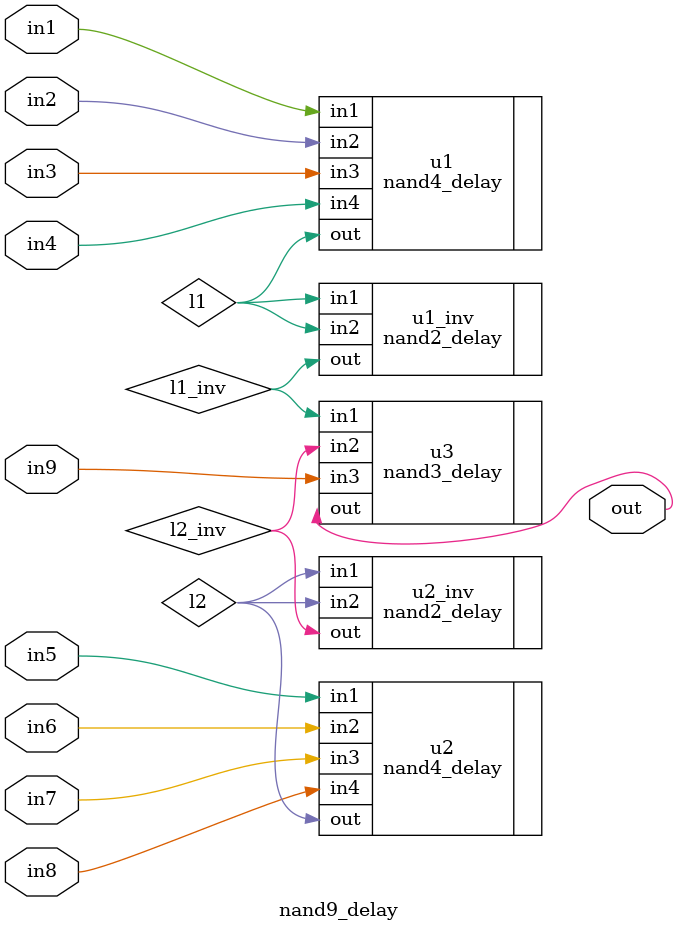
<source format=sv>
module nand9_delay(
    input logic in1,
    input logic in2,
    input logic in3,
    input logic in4,
    input logic in5,
    input logic in6,
    input logic in7,
    input logic in8,
    input logic in9,
    output logic out
);

logic l1, l1_inv, l2, l2_inv;

nand4_delay u1(
    .in1(in1),
    .in2(in2),
    .in3(in3),
    .in4(in4),
    .out(l1)
);

nand4_delay u2(
    .in1(in5),
    .in2(in6),
    .in3(in7),
    .in4(in8),
    .out(l2)
);

nand2_delay u1_inv(
    .in1(l1),
    .in2(l1),
    .out(l1_inv)
);

nand2_delay u2_inv(
    .in1(l2),
    .in2(l2),
    .out(l2_inv)
);

nand3_delay u3(
    .in1(l1_inv),
    .in2(l2_inv),
    .in3(in9),
    .out(out)
);

endmodule
</source>
